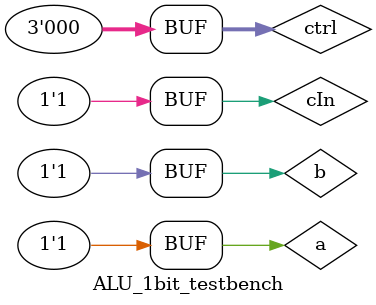
<source format=sv>

`timescale 1ns/10ps

module ALU_1bit (a, b, cIn, cOut, ctrl, out);
	input logic a, b, cIn;
	input logic [2:0] ctrl;
	output logic cOut, out;
	parameter DELAY = 0.05;
	
	logic sum, ANDresult, ORresult, XORresult;
	logic adderBinput;
	logic notB;
	
	not #DELAY negateB (notB, b);
	
	MUX2_1 forSubtraction (.a(b), .b(notB), .sel(ctrl[0]), .out(adderBinput)); //B goes into Adder if subtraction (ctrl[0]) is false; for subtraction, use not(B)
	
	fullAdder_1bit adder (.a, .b(adderBinput), .cIn, .cOut, .s(sum));
	
	and #DELAY andInputs (ANDresult, a, b);
	or #DELAY orInputs (ORresult, a, b);
	xor #DELAY xorInputs (XORresult, a, b);
	
	logic [7:0] finalMUXinput ;

	assign finalMUXinput = {1'b0, XORresult, ORresult, ANDresult, sum, sum, 1'b0, b};
	
	MUX8_1 selectingOutput ( .in(finalMUXinput), .sel(ctrl), .out(out));
	
endmodule

module ALU_1bit_testbench();
 logic a, b, cIn, cOut, out;
 logic [2:0] ctrl;

 ALU_1bit dut (.a, .b, .cIn, .cOut, .ctrl, .out);

 initial begin
 
    ctrl = 3'b000; //#10;
	 a = 0; b = 0; cIn = 0; #10;
	 a = 0; b = 1; cIn = 0; #10;
	 a = 1; b = 0; cIn = 0; #10;
	 a = 1; b = 1; cIn = 0; #10;
	 a = 0; b = 0; cIn = 1; #10;
	 a = 0; b = 1; cIn = 1; #10;
	 a = 1; b = 0; cIn = 1; #10;
	 a = 1; b = 1; cIn = 1; #10;
	 ctrl = 3'b010; //#10;
	 a <= 0; b <= 0; cIn <= 0; #20;
	 a <= 0; b <= 1; cIn <= 0; #20; ///////
	 a <= 1; b <= 0; cIn <= 0; #20;
	 a <= 1; b <= 1; cIn <= 0; #20;
	 a <= 0; b <= 0; cIn <= 1; #20;
	 a <= 0; b <= 1; cIn <= 1; #20; //
	 a <= 1; b <= 0; cIn <= 1; #20; //
	 a <= 1; b <= 1; cIn <= 1; #20;
	 ctrl = 3'b011; //#10;
	 a = 0; b = 0; cIn = 0; #10;
	 a = 0; b = 1; cIn = 0; #10;
	 a = 1; b = 0; cIn = 0; #10;
	 a = 1; b = 1; cIn = 0; #10;
	 a = 0; b = 0; cIn = 1; #10;
	 a = 0; b = 1; cIn = 1; #10;
	 a = 1; b = 0; cIn = 1; #10;
	 a = 1; b = 1; cIn = 1; #10;
	 ctrl = 3'b100; //#10;
	 a = 0; b = 0; cIn = 0; #10;
	 a = 0; b = 1; cIn = 0; #10;
	 a = 1; b = 0; cIn = 0; #10;
	 a = 1; b = 1; cIn = 0; #10;
	 a = 0; b = 0; cIn = 1; #10;
	 a = 0; b = 1; cIn = 1; #10;
	 a = 1; b = 0; cIn = 1; #10;
	 a = 1; b = 1; cIn = 1; #10;
	 ctrl = 3'b101;// #10;
	 a = 0; b = 0; cIn = 0; #10;
	 a = 0; b = 1; cIn = 0; #10;
	 a = 1; b = 0; cIn = 0; #10;
	 a = 1; b = 1; cIn = 0; #10;
	 a = 0; b = 0; cIn = 1; #10;
	 a = 0; b = 1; cIn = 1; #10;
	 a = 1; b = 0; cIn = 1; #10;
	 a = 1; b = 1; cIn = 1; #10;
	 ctrl = 3'b110;// #10;
	 a = 0; b = 0; cIn = 0; #10;
	 a = 0; b = 1; cIn = 0; #10;
	 a = 1; b = 0; cIn = 0; #10;
	 a = 1; b = 1; cIn = 0; #10;
	 a = 0; b = 0; cIn = 1; #10;
	 a = 0; b = 1; cIn = 1; #10;
	 a = 1; b = 0; cIn = 1; #10;
	 a = 1; b = 1; cIn = 1; #10;
	 ctrl = 3'b001;// #10;
	 a = 0; b = 0; cIn = 0; #10;
	 a = 0; b = 1; cIn = 0; #10;
	 a = 1; b = 0; cIn = 0; #10;
	 a = 1; b = 1; cIn = 0; #10;
	 a = 0; b = 0; cIn = 1; #10;
	 a = 0; b = 1; cIn = 1; #10;
	 a = 1; b = 0; cIn = 1; #10;
	 a = 1; b = 1; cIn = 1; #10;
	 ctrl = 3'b111; //#10;
	 a = 0; b = 0; cIn = 0; #10;
	 a = 0; b = 1; cIn = 0; #10;
	 a = 1; b = 0; cIn = 0; #10;
	 a = 1; b = 1; cIn = 0; #10;
	 a = 0; b = 0; cIn = 1; #10;
	 a = 0; b = 1; cIn = 1; #10;
	 a = 1; b = 0; cIn = 1; #10;
	 a = 1; b = 1; cIn = 1; #10;
	 ctrl = 3'b000; //#10;
	 a = 0; b = 0; cIn = 0; #10;
	 a = 0; b = 1; cIn = 0; #10;
	 a = 1; b = 0; cIn = 0; #10;
	 a = 1; b = 1; cIn = 0; #10;
	 a = 0; b = 0; cIn = 1; #10;
	 a = 0; b = 1; cIn = 1; #10;
	 a = 1; b = 0; cIn = 1; #10;
	 a = 1; b = 1; cIn = 1; #10;
 end
 
endmodule 
</source>
